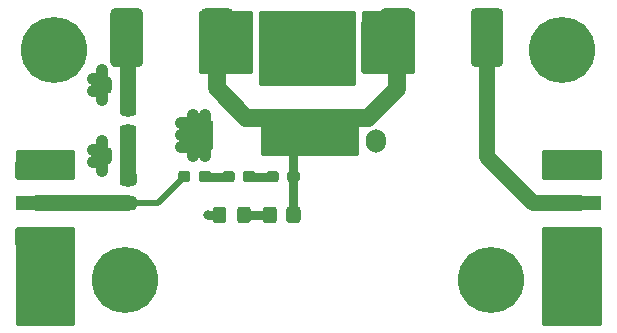
<source format=gbr>
%TF.GenerationSoftware,KiCad,Pcbnew,5.1.9-73d0e3b20d~88~ubuntu20.04.1*%
%TF.CreationDate,2021-01-30T11:41:37+01:00*%
%TF.ProjectId,mhl21336_pa,6d686c32-3133-4333-965f-70612e6b6963,1*%
%TF.SameCoordinates,Original*%
%TF.FileFunction,Copper,L1,Top*%
%TF.FilePolarity,Positive*%
%FSLAX46Y46*%
G04 Gerber Fmt 4.6, Leading zero omitted, Abs format (unit mm)*
G04 Created by KiCad (PCBNEW 5.1.9-73d0e3b20d~88~ubuntu20.04.1) date 2021-01-30 11:41:37*
%MOMM*%
%LPD*%
G01*
G04 APERTURE LIST*
%TA.AperFunction,ComponentPad*%
%ADD10O,1.700000X2.000000*%
%TD*%
%TA.AperFunction,SMDPad,CuDef*%
%ADD11R,3.600000X1.270000*%
%TD*%
%TA.AperFunction,SMDPad,CuDef*%
%ADD12R,4.200000X1.350000*%
%TD*%
%TA.AperFunction,ComponentPad*%
%ADD13C,5.600000*%
%TD*%
%TA.AperFunction,ViaPad*%
%ADD14C,0.800000*%
%TD*%
%TA.AperFunction,Conductor*%
%ADD15C,1.000000*%
%TD*%
%TA.AperFunction,Conductor*%
%ADD16C,0.800000*%
%TD*%
%TA.AperFunction,Conductor*%
%ADD17C,1.320000*%
%TD*%
%TA.AperFunction,Conductor*%
%ADD18C,0.500000*%
%TD*%
%TA.AperFunction,Conductor*%
%ADD19C,1.500000*%
%TD*%
%TA.AperFunction,Conductor*%
%ADD20C,0.254000*%
%TD*%
%TA.AperFunction,Conductor*%
%ADD21C,0.100000*%
%TD*%
G04 APERTURE END LIST*
%TO.P,R4,2*%
%TO.N,Net-(D1-Pad2)*%
%TA.AperFunction,SMDPad,CuDef*%
G36*
G01*
X125850000Y-60049999D02*
X125850000Y-60950001D01*
G75*
G02*
X125600001Y-61200000I-249999J0D01*
G01*
X124899999Y-61200000D01*
G75*
G02*
X124650000Y-60950001I0J249999D01*
G01*
X124650000Y-60049999D01*
G75*
G02*
X124899999Y-59800000I249999J0D01*
G01*
X125600001Y-59800000D01*
G75*
G02*
X125850000Y-60049999I0J-249999D01*
G01*
G37*
%TD.AperFunction*%
%TO.P,R4,1*%
%TO.N,Net-(C2-Pad1)*%
%TA.AperFunction,SMDPad,CuDef*%
G36*
G01*
X127850000Y-60049999D02*
X127850000Y-60950001D01*
G75*
G02*
X127600001Y-61200000I-249999J0D01*
G01*
X126899999Y-61200000D01*
G75*
G02*
X126650000Y-60950001I0J249999D01*
G01*
X126650000Y-60049999D01*
G75*
G02*
X126899999Y-59800000I249999J0D01*
G01*
X127600001Y-59800000D01*
G75*
G02*
X127850000Y-60049999I0J-249999D01*
G01*
G37*
%TD.AperFunction*%
%TD*%
%TO.P,R3,2*%
%TO.N,GND*%
%TA.AperFunction,SMDPad,CuDef*%
G36*
G01*
X111850000Y-49049999D02*
X111850000Y-49950001D01*
G75*
G02*
X111600001Y-50200000I-249999J0D01*
G01*
X110899999Y-50200000D01*
G75*
G02*
X110650000Y-49950001I0J249999D01*
G01*
X110650000Y-49049999D01*
G75*
G02*
X110899999Y-48800000I249999J0D01*
G01*
X111600001Y-48800000D01*
G75*
G02*
X111850000Y-49049999I0J-249999D01*
G01*
G37*
%TD.AperFunction*%
%TO.P,R3,1*%
%TO.N,Net-(R2-Pad1)*%
%TA.AperFunction,SMDPad,CuDef*%
G36*
G01*
X113850000Y-49049999D02*
X113850000Y-49950001D01*
G75*
G02*
X113600001Y-50200000I-249999J0D01*
G01*
X112899999Y-50200000D01*
G75*
G02*
X112650000Y-49950001I0J249999D01*
G01*
X112650000Y-49049999D01*
G75*
G02*
X112899999Y-48800000I249999J0D01*
G01*
X113600001Y-48800000D01*
G75*
G02*
X113850000Y-49049999I0J-249999D01*
G01*
G37*
%TD.AperFunction*%
%TD*%
%TO.P,R2,2*%
%TO.N,Net-(C1-Pad1)*%
%TA.AperFunction,SMDPad,CuDef*%
G36*
G01*
X112799999Y-52900000D02*
X113700001Y-52900000D01*
G75*
G02*
X113950000Y-53149999I0J-249999D01*
G01*
X113950000Y-53850001D01*
G75*
G02*
X113700001Y-54100000I-249999J0D01*
G01*
X112799999Y-54100000D01*
G75*
G02*
X112550000Y-53850001I0J249999D01*
G01*
X112550000Y-53149999D01*
G75*
G02*
X112799999Y-52900000I249999J0D01*
G01*
G37*
%TD.AperFunction*%
%TO.P,R2,1*%
%TO.N,Net-(R2-Pad1)*%
%TA.AperFunction,SMDPad,CuDef*%
G36*
G01*
X112799999Y-50900000D02*
X113700001Y-50900000D01*
G75*
G02*
X113950000Y-51149999I0J-249999D01*
G01*
X113950000Y-51850001D01*
G75*
G02*
X113700001Y-52100000I-249999J0D01*
G01*
X112799999Y-52100000D01*
G75*
G02*
X112550000Y-51850001I0J249999D01*
G01*
X112550000Y-51149999D01*
G75*
G02*
X112799999Y-50900000I249999J0D01*
G01*
G37*
%TD.AperFunction*%
%TD*%
%TO.P,R1,2*%
%TO.N,GND*%
%TA.AperFunction,SMDPad,CuDef*%
G36*
G01*
X111850000Y-55049999D02*
X111850000Y-55950001D01*
G75*
G02*
X111600001Y-56200000I-249999J0D01*
G01*
X110899999Y-56200000D01*
G75*
G02*
X110650000Y-55950001I0J249999D01*
G01*
X110650000Y-55049999D01*
G75*
G02*
X110899999Y-54800000I249999J0D01*
G01*
X111600001Y-54800000D01*
G75*
G02*
X111850000Y-55049999I0J-249999D01*
G01*
G37*
%TD.AperFunction*%
%TO.P,R1,1*%
%TO.N,Net-(C1-Pad1)*%
%TA.AperFunction,SMDPad,CuDef*%
G36*
G01*
X113850000Y-55049999D02*
X113850000Y-55950001D01*
G75*
G02*
X113600001Y-56200000I-249999J0D01*
G01*
X112899999Y-56200000D01*
G75*
G02*
X112650000Y-55950001I0J249999D01*
G01*
X112650000Y-55049999D01*
G75*
G02*
X112899999Y-54800000I249999J0D01*
G01*
X113600001Y-54800000D01*
G75*
G02*
X113850000Y-55049999I0J-249999D01*
G01*
G37*
%TD.AperFunction*%
%TD*%
%TO.P,C1,2*%
%TO.N,Net-(C1-Pad2)*%
%TA.AperFunction,SMDPad,CuDef*%
G36*
G01*
X112775000Y-58912500D02*
X113725000Y-58912500D01*
G75*
G02*
X113975000Y-59162500I0J-250000D01*
G01*
X113975000Y-59837500D01*
G75*
G02*
X113725000Y-60087500I-250000J0D01*
G01*
X112775000Y-60087500D01*
G75*
G02*
X112525000Y-59837500I0J250000D01*
G01*
X112525000Y-59162500D01*
G75*
G02*
X112775000Y-58912500I250000J0D01*
G01*
G37*
%TD.AperFunction*%
%TO.P,C1,1*%
%TO.N,Net-(C1-Pad1)*%
%TA.AperFunction,SMDPad,CuDef*%
G36*
G01*
X112775000Y-56837500D02*
X113725000Y-56837500D01*
G75*
G02*
X113975000Y-57087500I0J-250000D01*
G01*
X113975000Y-57762500D01*
G75*
G02*
X113725000Y-58012500I-250000J0D01*
G01*
X112775000Y-58012500D01*
G75*
G02*
X112525000Y-57762500I0J250000D01*
G01*
X112525000Y-57087500D01*
G75*
G02*
X112775000Y-56837500I250000J0D01*
G01*
G37*
%TD.AperFunction*%
%TD*%
%TO.P,C8,2*%
%TO.N,Net-(C2-Pad1)*%
%TA.AperFunction,SMDPad,CuDef*%
G36*
G01*
X132962500Y-44737500D02*
X132962500Y-44262500D01*
G75*
G02*
X133200000Y-44025000I237500J0D01*
G01*
X133800000Y-44025000D01*
G75*
G02*
X134037500Y-44262500I0J-237500D01*
G01*
X134037500Y-44737500D01*
G75*
G02*
X133800000Y-44975000I-237500J0D01*
G01*
X133200000Y-44975000D01*
G75*
G02*
X132962500Y-44737500I0J237500D01*
G01*
G37*
%TD.AperFunction*%
%TO.P,C8,1*%
%TO.N,GND*%
%TA.AperFunction,SMDPad,CuDef*%
G36*
G01*
X131237500Y-44737500D02*
X131237500Y-44262500D01*
G75*
G02*
X131475000Y-44025000I237500J0D01*
G01*
X132075000Y-44025000D01*
G75*
G02*
X132312500Y-44262500I0J-237500D01*
G01*
X132312500Y-44737500D01*
G75*
G02*
X132075000Y-44975000I-237500J0D01*
G01*
X131475000Y-44975000D01*
G75*
G02*
X131237500Y-44737500I0J237500D01*
G01*
G37*
%TD.AperFunction*%
%TD*%
%TO.P,C7,2*%
%TO.N,Net-(C2-Pad1)*%
%TA.AperFunction,SMDPad,CuDef*%
G36*
G01*
X132962500Y-46487500D02*
X132962500Y-46012500D01*
G75*
G02*
X133200000Y-45775000I237500J0D01*
G01*
X133800000Y-45775000D01*
G75*
G02*
X134037500Y-46012500I0J-237500D01*
G01*
X134037500Y-46487500D01*
G75*
G02*
X133800000Y-46725000I-237500J0D01*
G01*
X133200000Y-46725000D01*
G75*
G02*
X132962500Y-46487500I0J237500D01*
G01*
G37*
%TD.AperFunction*%
%TO.P,C7,1*%
%TO.N,GND*%
%TA.AperFunction,SMDPad,CuDef*%
G36*
G01*
X131237500Y-46487500D02*
X131237500Y-46012500D01*
G75*
G02*
X131475000Y-45775000I237500J0D01*
G01*
X132075000Y-45775000D01*
G75*
G02*
X132312500Y-46012500I0J-237500D01*
G01*
X132312500Y-46487500D01*
G75*
G02*
X132075000Y-46725000I-237500J0D01*
G01*
X131475000Y-46725000D01*
G75*
G02*
X131237500Y-46487500I0J237500D01*
G01*
G37*
%TD.AperFunction*%
%TD*%
%TO.P,C6,2*%
%TO.N,Net-(C2-Pad1)*%
%TA.AperFunction,SMDPad,CuDef*%
G36*
G01*
X132962500Y-48237500D02*
X132962500Y-47762500D01*
G75*
G02*
X133200000Y-47525000I237500J0D01*
G01*
X133800000Y-47525000D01*
G75*
G02*
X134037500Y-47762500I0J-237500D01*
G01*
X134037500Y-48237500D01*
G75*
G02*
X133800000Y-48475000I-237500J0D01*
G01*
X133200000Y-48475000D01*
G75*
G02*
X132962500Y-48237500I0J237500D01*
G01*
G37*
%TD.AperFunction*%
%TO.P,C6,1*%
%TO.N,GND*%
%TA.AperFunction,SMDPad,CuDef*%
G36*
G01*
X131237500Y-48237500D02*
X131237500Y-47762500D01*
G75*
G02*
X131475000Y-47525000I237500J0D01*
G01*
X132075000Y-47525000D01*
G75*
G02*
X132312500Y-47762500I0J-237500D01*
G01*
X132312500Y-48237500D01*
G75*
G02*
X132075000Y-48475000I-237500J0D01*
G01*
X131475000Y-48475000D01*
G75*
G02*
X131237500Y-48237500I0J237500D01*
G01*
G37*
%TD.AperFunction*%
%TD*%
%TO.P,C5,2*%
%TO.N,GND*%
%TA.AperFunction,SMDPad,CuDef*%
G36*
G01*
X124437500Y-44737500D02*
X124437500Y-44262500D01*
G75*
G02*
X124675000Y-44025000I237500J0D01*
G01*
X125275000Y-44025000D01*
G75*
G02*
X125512500Y-44262500I0J-237500D01*
G01*
X125512500Y-44737500D01*
G75*
G02*
X125275000Y-44975000I-237500J0D01*
G01*
X124675000Y-44975000D01*
G75*
G02*
X124437500Y-44737500I0J237500D01*
G01*
G37*
%TD.AperFunction*%
%TO.P,C5,1*%
%TO.N,Net-(C2-Pad1)*%
%TA.AperFunction,SMDPad,CuDef*%
G36*
G01*
X122712500Y-44737500D02*
X122712500Y-44262500D01*
G75*
G02*
X122950000Y-44025000I237500J0D01*
G01*
X123550000Y-44025000D01*
G75*
G02*
X123787500Y-44262500I0J-237500D01*
G01*
X123787500Y-44737500D01*
G75*
G02*
X123550000Y-44975000I-237500J0D01*
G01*
X122950000Y-44975000D01*
G75*
G02*
X122712500Y-44737500I0J237500D01*
G01*
G37*
%TD.AperFunction*%
%TD*%
%TO.P,C4,2*%
%TO.N,GND*%
%TA.AperFunction,SMDPad,CuDef*%
G36*
G01*
X124437500Y-46487500D02*
X124437500Y-46012500D01*
G75*
G02*
X124675000Y-45775000I237500J0D01*
G01*
X125275000Y-45775000D01*
G75*
G02*
X125512500Y-46012500I0J-237500D01*
G01*
X125512500Y-46487500D01*
G75*
G02*
X125275000Y-46725000I-237500J0D01*
G01*
X124675000Y-46725000D01*
G75*
G02*
X124437500Y-46487500I0J237500D01*
G01*
G37*
%TD.AperFunction*%
%TO.P,C4,1*%
%TO.N,Net-(C2-Pad1)*%
%TA.AperFunction,SMDPad,CuDef*%
G36*
G01*
X122712500Y-46487500D02*
X122712500Y-46012500D01*
G75*
G02*
X122950000Y-45775000I237500J0D01*
G01*
X123550000Y-45775000D01*
G75*
G02*
X123787500Y-46012500I0J-237500D01*
G01*
X123787500Y-46487500D01*
G75*
G02*
X123550000Y-46725000I-237500J0D01*
G01*
X122950000Y-46725000D01*
G75*
G02*
X122712500Y-46487500I0J237500D01*
G01*
G37*
%TD.AperFunction*%
%TD*%
%TO.P,C3,2*%
%TO.N,GND*%
%TA.AperFunction,SMDPad,CuDef*%
G36*
G01*
X124437500Y-48237500D02*
X124437500Y-47762500D01*
G75*
G02*
X124675000Y-47525000I237500J0D01*
G01*
X125275000Y-47525000D01*
G75*
G02*
X125512500Y-47762500I0J-237500D01*
G01*
X125512500Y-48237500D01*
G75*
G02*
X125275000Y-48475000I-237500J0D01*
G01*
X124675000Y-48475000D01*
G75*
G02*
X124437500Y-48237500I0J237500D01*
G01*
G37*
%TD.AperFunction*%
%TO.P,C3,1*%
%TO.N,Net-(C2-Pad1)*%
%TA.AperFunction,SMDPad,CuDef*%
G36*
G01*
X122712500Y-48237500D02*
X122712500Y-47762500D01*
G75*
G02*
X122950000Y-47525000I237500J0D01*
G01*
X123550000Y-47525000D01*
G75*
G02*
X123787500Y-47762500I0J-237500D01*
G01*
X123787500Y-48237500D01*
G75*
G02*
X123550000Y-48475000I-237500J0D01*
G01*
X122950000Y-48475000D01*
G75*
G02*
X122712500Y-48237500I0J237500D01*
G01*
G37*
%TD.AperFunction*%
%TD*%
%TO.P,C2,2*%
%TO.N,GND*%
%TA.AperFunction,SMDPad,CuDef*%
G36*
G01*
X120475000Y-52724999D02*
X120475000Y-54775001D01*
G75*
G02*
X120225001Y-55025000I-249999J0D01*
G01*
X118474999Y-55025000D01*
G75*
G02*
X118225000Y-54775001I0J249999D01*
G01*
X118225000Y-52724999D01*
G75*
G02*
X118474999Y-52475000I249999J0D01*
G01*
X120225001Y-52475000D01*
G75*
G02*
X120475000Y-52724999I0J-249999D01*
G01*
G37*
%TD.AperFunction*%
%TO.P,C2,1*%
%TO.N,Net-(C2-Pad1)*%
%TA.AperFunction,SMDPad,CuDef*%
G36*
G01*
X126875000Y-52724999D02*
X126875000Y-54775001D01*
G75*
G02*
X126625001Y-55025000I-249999J0D01*
G01*
X124874999Y-55025000D01*
G75*
G02*
X124625000Y-54775001I0J249999D01*
G01*
X124625000Y-52724999D01*
G75*
G02*
X124874999Y-52475000I249999J0D01*
G01*
X126625001Y-52475000D01*
G75*
G02*
X126875000Y-52724999I0J-249999D01*
G01*
G37*
%TD.AperFunction*%
%TD*%
%TO.P,U1,4*%
%TO.N,Net-(J2-Pad1)*%
%TA.AperFunction,SMDPad,CuDef*%
G36*
G01*
X142260000Y-47596250D02*
X142260000Y-43393750D01*
G75*
G02*
X142658750Y-42995000I398750J0D01*
G01*
X144611250Y-42995000D01*
G75*
G02*
X145010000Y-43393750I0J-398750D01*
G01*
X145010000Y-47596250D01*
G75*
G02*
X144611250Y-47995000I-398750J0D01*
G01*
X142658750Y-47995000D01*
G75*
G02*
X142260000Y-47596250I0J398750D01*
G01*
G37*
%TD.AperFunction*%
%TO.P,U1,3*%
%TO.N,Net-(C2-Pad1)*%
%TA.AperFunction,SMDPad,CuDef*%
G36*
G01*
X134610000Y-47596250D02*
X134610000Y-43393750D01*
G75*
G02*
X135008750Y-42995000I398750J0D01*
G01*
X136961250Y-42995000D01*
G75*
G02*
X137360000Y-43393750I0J-398750D01*
G01*
X137360000Y-47596250D01*
G75*
G02*
X136961250Y-47995000I-398750J0D01*
G01*
X135008750Y-47995000D01*
G75*
G02*
X134610000Y-47596250I0J398750D01*
G01*
G37*
%TD.AperFunction*%
%TO.P,U1,2*%
%TA.AperFunction,SMDPad,CuDef*%
G36*
G01*
X119410000Y-47596250D02*
X119410000Y-43393750D01*
G75*
G02*
X119808750Y-42995000I398750J0D01*
G01*
X121761250Y-42995000D01*
G75*
G02*
X122160000Y-43393750I0J-398750D01*
G01*
X122160000Y-47596250D01*
G75*
G02*
X121761250Y-47995000I-398750J0D01*
G01*
X119808750Y-47995000D01*
G75*
G02*
X119410000Y-47596250I0J398750D01*
G01*
G37*
%TD.AperFunction*%
%TO.P,U1,1*%
%TO.N,Net-(R2-Pad1)*%
%TA.AperFunction,SMDPad,CuDef*%
G36*
G01*
X111760000Y-47596250D02*
X111760000Y-43393750D01*
G75*
G02*
X112158750Y-42995000I398750J0D01*
G01*
X114111250Y-42995000D01*
G75*
G02*
X114510000Y-43393750I0J-398750D01*
G01*
X114510000Y-47596250D01*
G75*
G02*
X114111250Y-47995000I-398750J0D01*
G01*
X112158750Y-47995000D01*
G75*
G02*
X111760000Y-47596250I0J398750D01*
G01*
G37*
%TD.AperFunction*%
%TD*%
%TO.P,L3,2*%
%TO.N,Net-(C1-Pad2)*%
%TA.AperFunction,SMDPad,CuDef*%
G36*
G01*
X118525000Y-57012500D02*
X118525000Y-57487500D01*
G75*
G02*
X118287500Y-57725000I-237500J0D01*
G01*
X117712500Y-57725000D01*
G75*
G02*
X117475000Y-57487500I0J237500D01*
G01*
X117475000Y-57012500D01*
G75*
G02*
X117712500Y-56775000I237500J0D01*
G01*
X118287500Y-56775000D01*
G75*
G02*
X118525000Y-57012500I0J-237500D01*
G01*
G37*
%TD.AperFunction*%
%TO.P,L3,1*%
%TO.N,Net-(L2-Pad2)*%
%TA.AperFunction,SMDPad,CuDef*%
G36*
G01*
X120275000Y-57012500D02*
X120275000Y-57487500D01*
G75*
G02*
X120037500Y-57725000I-237500J0D01*
G01*
X119462500Y-57725000D01*
G75*
G02*
X119225000Y-57487500I0J237500D01*
G01*
X119225000Y-57012500D01*
G75*
G02*
X119462500Y-56775000I237500J0D01*
G01*
X120037500Y-56775000D01*
G75*
G02*
X120275000Y-57012500I0J-237500D01*
G01*
G37*
%TD.AperFunction*%
%TD*%
%TO.P,L2,2*%
%TO.N,Net-(L2-Pad2)*%
%TA.AperFunction,SMDPad,CuDef*%
G36*
G01*
X122275000Y-57012500D02*
X122275000Y-57487500D01*
G75*
G02*
X122037500Y-57725000I-237500J0D01*
G01*
X121462500Y-57725000D01*
G75*
G02*
X121225000Y-57487500I0J237500D01*
G01*
X121225000Y-57012500D01*
G75*
G02*
X121462500Y-56775000I237500J0D01*
G01*
X122037500Y-56775000D01*
G75*
G02*
X122275000Y-57012500I0J-237500D01*
G01*
G37*
%TD.AperFunction*%
%TO.P,L2,1*%
%TO.N,Net-(L1-Pad2)*%
%TA.AperFunction,SMDPad,CuDef*%
G36*
G01*
X124025000Y-57012500D02*
X124025000Y-57487500D01*
G75*
G02*
X123787500Y-57725000I-237500J0D01*
G01*
X123212500Y-57725000D01*
G75*
G02*
X122975000Y-57487500I0J237500D01*
G01*
X122975000Y-57012500D01*
G75*
G02*
X123212500Y-56775000I237500J0D01*
G01*
X123787500Y-56775000D01*
G75*
G02*
X124025000Y-57012500I0J-237500D01*
G01*
G37*
%TD.AperFunction*%
%TD*%
%TO.P,L1,2*%
%TO.N,Net-(L1-Pad2)*%
%TA.AperFunction,SMDPad,CuDef*%
G36*
G01*
X126025000Y-57012500D02*
X126025000Y-57487500D01*
G75*
G02*
X125787500Y-57725000I-237500J0D01*
G01*
X125212500Y-57725000D01*
G75*
G02*
X124975000Y-57487500I0J237500D01*
G01*
X124975000Y-57012500D01*
G75*
G02*
X125212500Y-56775000I237500J0D01*
G01*
X125787500Y-56775000D01*
G75*
G02*
X126025000Y-57012500I0J-237500D01*
G01*
G37*
%TD.AperFunction*%
%TO.P,L1,1*%
%TO.N,Net-(C2-Pad1)*%
%TA.AperFunction,SMDPad,CuDef*%
G36*
G01*
X127775000Y-57012500D02*
X127775000Y-57487500D01*
G75*
G02*
X127537500Y-57725000I-237500J0D01*
G01*
X126962500Y-57725000D01*
G75*
G02*
X126725000Y-57487500I0J237500D01*
G01*
X126725000Y-57012500D01*
G75*
G02*
X126962500Y-56775000I237500J0D01*
G01*
X127537500Y-56775000D01*
G75*
G02*
X127775000Y-57012500I0J-237500D01*
G01*
G37*
%TD.AperFunction*%
%TD*%
D10*
%TO.P,J3,2*%
%TO.N,GND*%
X134250000Y-54250000D03*
%TO.P,J3,1*%
%TO.N,Net-(C2-Pad1)*%
%TA.AperFunction,ComponentPad*%
G36*
G01*
X130900000Y-55000000D02*
X130900000Y-53500000D01*
G75*
G02*
X131150000Y-53250000I250000J0D01*
G01*
X132350000Y-53250000D01*
G75*
G02*
X132600000Y-53500000I0J-250000D01*
G01*
X132600000Y-55000000D01*
G75*
G02*
X132350000Y-55250000I-250000J0D01*
G01*
X131150000Y-55250000D01*
G75*
G02*
X130900000Y-55000000I0J250000D01*
G01*
G37*
%TD.AperFunction*%
%TD*%
D11*
%TO.P,J2,1*%
%TO.N,Net-(J2-Pad1)*%
X151500000Y-59500000D03*
D12*
%TO.P,J2,2*%
%TO.N,GND*%
X151300000Y-56675000D03*
X151300000Y-62325000D03*
%TD*%
D11*
%TO.P,J1,1*%
%TO.N,Net-(C1-Pad2)*%
X105550000Y-59500000D03*
D12*
%TO.P,J1,2*%
%TO.N,GND*%
X105750000Y-62325000D03*
X105750000Y-56675000D03*
%TD*%
D13*
%TO.P,H4,1*%
%TO.N,GND*%
X144000000Y-66000000D03*
%TD*%
%TO.P,H3,1*%
%TO.N,GND*%
X113000000Y-66000000D03*
%TD*%
%TO.P,H2,1*%
%TO.N,GND*%
X150000000Y-46500000D03*
%TD*%
%TO.P,H1,1*%
%TO.N,GND*%
X107000000Y-46500000D03*
%TD*%
%TO.P,D1,2*%
%TO.N,Net-(D1-Pad2)*%
%TA.AperFunction,SMDPad,CuDef*%
G36*
G01*
X122475000Y-60950001D02*
X122475000Y-60049999D01*
G75*
G02*
X122724999Y-59800000I249999J0D01*
G01*
X123375001Y-59800000D01*
G75*
G02*
X123625000Y-60049999I0J-249999D01*
G01*
X123625000Y-60950001D01*
G75*
G02*
X123375001Y-61200000I-249999J0D01*
G01*
X122724999Y-61200000D01*
G75*
G02*
X122475000Y-60950001I0J249999D01*
G01*
G37*
%TD.AperFunction*%
%TO.P,D1,1*%
%TO.N,GND*%
%TA.AperFunction,SMDPad,CuDef*%
G36*
G01*
X120425000Y-60950001D02*
X120425000Y-60049999D01*
G75*
G02*
X120674999Y-59800000I249999J0D01*
G01*
X121325001Y-59800000D01*
G75*
G02*
X121575000Y-60049999I0J-249999D01*
G01*
X121575000Y-60950001D01*
G75*
G02*
X121325001Y-61200000I-249999J0D01*
G01*
X120674999Y-61200000D01*
G75*
G02*
X120425000Y-60950001I0J249999D01*
G01*
G37*
%TD.AperFunction*%
%TD*%
D14*
%TO.N,GND*%
X107750000Y-64500000D03*
X106250000Y-67500000D03*
X104750000Y-64500000D03*
X107750000Y-69000000D03*
X106250000Y-64500000D03*
X104750000Y-66000000D03*
X105500000Y-65250000D03*
X104750000Y-67500000D03*
X107750000Y-67500000D03*
X107000000Y-65250000D03*
X105500000Y-68250000D03*
X106250000Y-69000000D03*
X107000000Y-66750000D03*
X105500000Y-66750000D03*
X107750000Y-66000000D03*
X107000000Y-68250000D03*
X106250000Y-66000000D03*
X104750000Y-69000000D03*
X117750000Y-53750000D03*
X126250000Y-43750000D03*
X126250000Y-44750000D03*
X126250000Y-45750000D03*
X126250000Y-46750000D03*
X126250000Y-46750000D03*
X126250000Y-47750000D03*
X126250000Y-47750000D03*
X126250000Y-48750000D03*
X126250000Y-48750000D03*
X130500000Y-43750000D03*
X130500000Y-44750000D03*
X130500000Y-45750000D03*
X130500000Y-46750000D03*
X130500000Y-47750000D03*
X130500000Y-48750000D03*
X127250000Y-47250000D03*
X127250000Y-45250000D03*
X129500000Y-44250000D03*
X129500000Y-46250000D03*
X129500000Y-48250000D03*
X129500000Y-45250000D03*
X129500000Y-47250000D03*
X127250000Y-48250000D03*
X127250000Y-46250000D03*
X127250000Y-44250000D03*
X104250000Y-55500000D03*
X105250000Y-55500000D03*
X106250000Y-55500000D03*
X107250000Y-55500000D03*
X108250000Y-55500000D03*
X108250000Y-56500000D03*
X104250000Y-63500000D03*
X105250000Y-63500000D03*
X106250000Y-63500000D03*
X107250000Y-63500000D03*
X108250000Y-63500000D03*
X108250000Y-62500000D03*
X118750000Y-55500000D03*
X119750000Y-55500000D03*
X118750000Y-52000000D03*
X119750000Y-52000000D03*
X117750000Y-52750000D03*
X117750000Y-54750000D03*
X149250000Y-64500000D03*
X152250000Y-64500000D03*
X150750000Y-64500000D03*
X149250000Y-67500000D03*
X150000000Y-68250000D03*
X149250000Y-69000000D03*
X150750000Y-69000000D03*
X150750000Y-67500000D03*
X152250000Y-67500000D03*
X151500000Y-68250000D03*
X152250000Y-69000000D03*
X150000000Y-66750000D03*
X151500000Y-66750000D03*
X152250000Y-66000000D03*
X150750000Y-66000000D03*
X149250000Y-66000000D03*
X151500000Y-65250000D03*
X150000000Y-65250000D03*
X110250000Y-55000000D03*
X110250000Y-56000000D03*
X110250000Y-49000000D03*
X110250000Y-50000000D03*
X111000000Y-50750000D03*
X111000000Y-48250000D03*
X111000000Y-54250000D03*
X111000000Y-56750000D03*
X120000000Y-60500000D03*
X152500000Y-55500000D03*
X151500000Y-55500000D03*
X150500000Y-55500000D03*
X149500000Y-55500000D03*
X148750000Y-56000000D03*
X148750000Y-57000000D03*
X152500000Y-63500000D03*
X151500000Y-63500000D03*
X150500000Y-63500000D03*
X149500000Y-63500000D03*
X148750000Y-63000000D03*
X148750000Y-62000000D03*
%TD*%
D15*
%TO.N,GND*%
X110750000Y-56000000D02*
X111250000Y-55500000D01*
X110250000Y-56000000D02*
X110750000Y-56000000D01*
X110750000Y-55000000D02*
X111250000Y-55500000D01*
X110250000Y-55000000D02*
X110750000Y-55000000D01*
X111000000Y-55250000D02*
X111250000Y-55500000D01*
X111000000Y-54250000D02*
X111000000Y-55250000D01*
X111000000Y-55750000D02*
X111250000Y-55500000D01*
X111000000Y-56750000D02*
X111000000Y-55750000D01*
X110750000Y-50000000D02*
X111250000Y-49500000D01*
X110250000Y-50000000D02*
X110750000Y-50000000D01*
X110750000Y-49000000D02*
X111250000Y-49500000D01*
X110250000Y-49000000D02*
X110750000Y-49000000D01*
X111000000Y-49750000D02*
X111250000Y-49500000D01*
X111000000Y-50750000D02*
X111000000Y-49750000D01*
X111000000Y-49250000D02*
X111250000Y-49500000D01*
X111000000Y-48250000D02*
X111000000Y-49250000D01*
X119750000Y-53350000D02*
X119350000Y-53750000D01*
X119750000Y-52000000D02*
X119750000Y-53350000D01*
X118750000Y-53150000D02*
X119350000Y-53750000D01*
X118750000Y-52000000D02*
X118750000Y-53150000D01*
X119750000Y-54150000D02*
X119350000Y-53750000D01*
X119750000Y-55500000D02*
X119750000Y-54150000D01*
X118750000Y-54350000D02*
X119350000Y-53750000D01*
X118750000Y-55500000D02*
X118750000Y-54350000D01*
X117750000Y-53750000D02*
X119350000Y-53750000D01*
X118350000Y-52750000D02*
X119350000Y-53750000D01*
X117750000Y-52750000D02*
X118350000Y-52750000D01*
X118350000Y-54750000D02*
X119350000Y-53750000D01*
X117750000Y-54750000D02*
X118350000Y-54750000D01*
D16*
X121000000Y-60500000D02*
X120000000Y-60500000D01*
D17*
%TO.N,Net-(C1-Pad1)*%
X113250000Y-57425000D02*
X113250000Y-55500000D01*
X113250000Y-55500000D02*
X113250000Y-53500000D01*
D16*
%TO.N,Net-(D1-Pad2)*%
X125250000Y-60500000D02*
X123050000Y-60500000D01*
D18*
%TO.N,Net-(C1-Pad2)*%
X115750000Y-59500000D02*
X118000000Y-57250000D01*
X113250000Y-59500000D02*
X115750000Y-59500000D01*
D17*
X105550000Y-59500000D02*
X113250000Y-59500000D01*
D19*
%TO.N,Net-(C2-Pad1)*%
X135985000Y-49819402D02*
X135985000Y-45495000D01*
X133554402Y-52250000D02*
X135985000Y-49819402D01*
X132250000Y-52250000D02*
X133554402Y-52250000D01*
X131750000Y-52750000D02*
X132250000Y-52250000D01*
X131750000Y-54250000D02*
X131750000Y-52750000D01*
X125750000Y-53750000D02*
X125750000Y-52250000D01*
X125750000Y-52250000D02*
X132250000Y-52250000D01*
D15*
X123250000Y-44500000D02*
X123250000Y-46250000D01*
X123250000Y-46250000D02*
X123250000Y-48000000D01*
X133500000Y-44500000D02*
X133500000Y-46250000D01*
X133500000Y-46250000D02*
X133500000Y-48000000D01*
X135230000Y-46250000D02*
X135985000Y-45495000D01*
X133500000Y-46250000D02*
X135230000Y-46250000D01*
X121540000Y-46250000D02*
X120785000Y-45495000D01*
X123250000Y-46250000D02*
X121540000Y-46250000D01*
D19*
X123250000Y-52250000D02*
X125750000Y-52250000D01*
X120785000Y-49785000D02*
X123250000Y-52250000D01*
X120785000Y-45495000D02*
X120785000Y-49785000D01*
D16*
X127250000Y-55250000D02*
X125750000Y-53750000D01*
X127250000Y-57250000D02*
X127250000Y-55250000D01*
X127250000Y-60500000D02*
X127250000Y-57250000D01*
D17*
%TO.N,Net-(J2-Pad1)*%
X151500000Y-59500000D02*
X147500000Y-59500000D01*
X143635000Y-55635000D02*
X143635000Y-45495000D01*
X147500000Y-59500000D02*
X143635000Y-55635000D01*
D16*
%TO.N,Net-(L1-Pad2)*%
X123500000Y-57250000D02*
X125500000Y-57250000D01*
%TO.N,Net-(L2-Pad2)*%
X119750000Y-57250000D02*
X121750000Y-57250000D01*
D17*
%TO.N,Net-(R2-Pad1)*%
X113250000Y-51500000D02*
X113250000Y-49500000D01*
X113250000Y-45610000D02*
X113135000Y-45495000D01*
X113250000Y-49500000D02*
X113250000Y-45610000D01*
%TD*%
D20*
%TO.N,GND*%
X132373000Y-49373000D02*
X124377000Y-49373000D01*
X124377000Y-43304000D01*
X132373000Y-43304000D01*
X132373000Y-49373000D01*
%TA.AperFunction,Conductor*%
D21*
G36*
X132373000Y-49373000D02*
G01*
X124377000Y-49373000D01*
X124377000Y-43304000D01*
X132373000Y-43304000D01*
X132373000Y-49373000D01*
G37*
%TD.AperFunction*%
%TD*%
D20*
%TO.N,GND*%
X153196001Y-69696000D02*
X148377000Y-69696000D01*
X148377000Y-61627000D01*
X153196001Y-61627000D01*
X153196001Y-69696000D01*
%TA.AperFunction,Conductor*%
D21*
G36*
X153196001Y-69696000D02*
G01*
X148377000Y-69696000D01*
X148377000Y-61627000D01*
X153196001Y-61627000D01*
X153196001Y-69696000D01*
G37*
%TD.AperFunction*%
%TD*%
D20*
%TO.N,GND*%
X108623000Y-69696000D02*
X103804000Y-69696000D01*
X103804000Y-61627000D01*
X108623000Y-61627000D01*
X108623000Y-69696000D01*
%TA.AperFunction,Conductor*%
D21*
G36*
X108623000Y-69696000D02*
G01*
X103804000Y-69696000D01*
X103804000Y-61627000D01*
X108623000Y-61627000D01*
X108623000Y-69696000D01*
G37*
%TD.AperFunction*%
%TD*%
D20*
%TO.N,GND*%
X108623000Y-57373000D02*
X103804000Y-57373000D01*
X103804000Y-55127000D01*
X108623000Y-55127000D01*
X108623000Y-57373000D01*
%TA.AperFunction,Conductor*%
D21*
G36*
X108623000Y-57373000D02*
G01*
X103804000Y-57373000D01*
X103804000Y-55127000D01*
X108623000Y-55127000D01*
X108623000Y-57373000D01*
G37*
%TD.AperFunction*%
%TD*%
D20*
%TO.N,GND*%
X153196001Y-57373000D02*
X148377000Y-57373000D01*
X148377000Y-55127000D01*
X153196000Y-55127000D01*
X153196001Y-57373000D01*
%TA.AperFunction,Conductor*%
D21*
G36*
X153196001Y-57373000D02*
G01*
X148377000Y-57373000D01*
X148377000Y-55127000D01*
X153196000Y-55127000D01*
X153196001Y-57373000D01*
G37*
%TD.AperFunction*%
%TD*%
D20*
%TO.N,Net-(C2-Pad1)*%
X123623000Y-48373000D02*
X119377000Y-48373000D01*
X119377000Y-43304000D01*
X123623000Y-43304000D01*
X123623000Y-48373000D01*
%TA.AperFunction,Conductor*%
D21*
G36*
X123623000Y-48373000D02*
G01*
X119377000Y-48373000D01*
X119377000Y-43304000D01*
X123623000Y-43304000D01*
X123623000Y-48373000D01*
G37*
%TD.AperFunction*%
%TD*%
D20*
%TO.N,Net-(C2-Pad1)*%
X137373000Y-48373000D02*
X133127000Y-48373000D01*
X133127000Y-43304000D01*
X137373000Y-43304000D01*
X137373000Y-48373000D01*
%TA.AperFunction,Conductor*%
D21*
G36*
X137373000Y-48373000D02*
G01*
X133127000Y-48373000D01*
X133127000Y-43304000D01*
X137373000Y-43304000D01*
X137373000Y-48373000D01*
G37*
%TD.AperFunction*%
%TD*%
D20*
%TO.N,Net-(C2-Pad1)*%
X132623000Y-55373000D02*
X124627000Y-55373000D01*
X124627000Y-51627000D01*
X132623000Y-51627000D01*
X132623000Y-55373000D01*
%TA.AperFunction,Conductor*%
D21*
G36*
X132623000Y-55373000D02*
G01*
X124627000Y-55373000D01*
X124627000Y-51627000D01*
X132623000Y-51627000D01*
X132623000Y-55373000D01*
G37*
%TD.AperFunction*%
%TD*%
M02*

</source>
